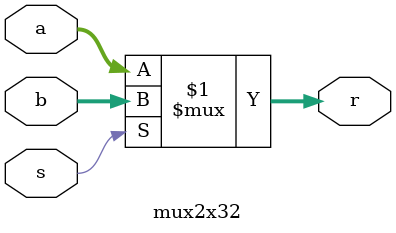
<source format=v>
`timescale 1ns / 1ps
module mux2x32(
	input [31:0]a, b,
	input s, 
	output [31:0]r
    );
	 assign r = s ? b : a;
endmodule

</source>
